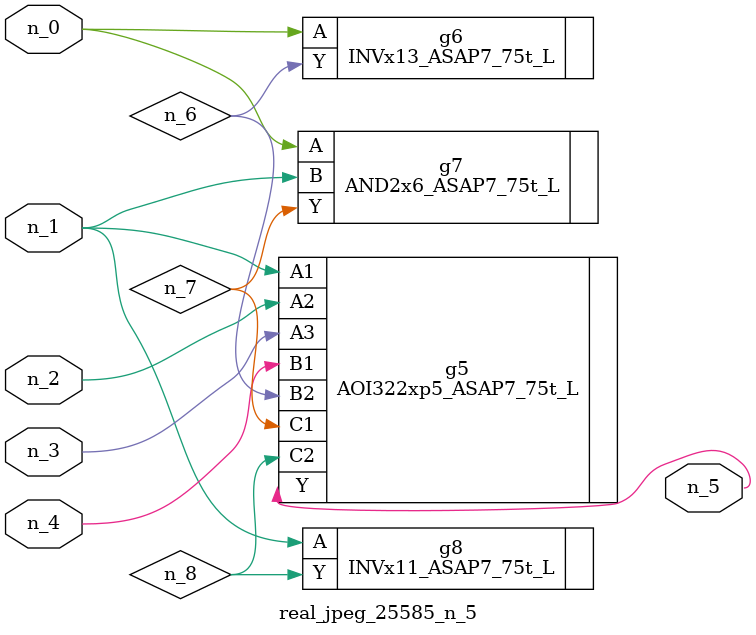
<source format=v>
module real_jpeg_25585_n_5 (n_4, n_0, n_1, n_2, n_3, n_5);

input n_4;
input n_0;
input n_1;
input n_2;
input n_3;

output n_5;

wire n_8;
wire n_6;
wire n_7;

INVx13_ASAP7_75t_L g6 ( 
.A(n_0),
.Y(n_6)
);

AND2x6_ASAP7_75t_L g7 ( 
.A(n_0),
.B(n_1),
.Y(n_7)
);

AOI322xp5_ASAP7_75t_L g5 ( 
.A1(n_1),
.A2(n_2),
.A3(n_3),
.B1(n_4),
.B2(n_6),
.C1(n_7),
.C2(n_8),
.Y(n_5)
);

INVx11_ASAP7_75t_L g8 ( 
.A(n_1),
.Y(n_8)
);


endmodule
</source>
